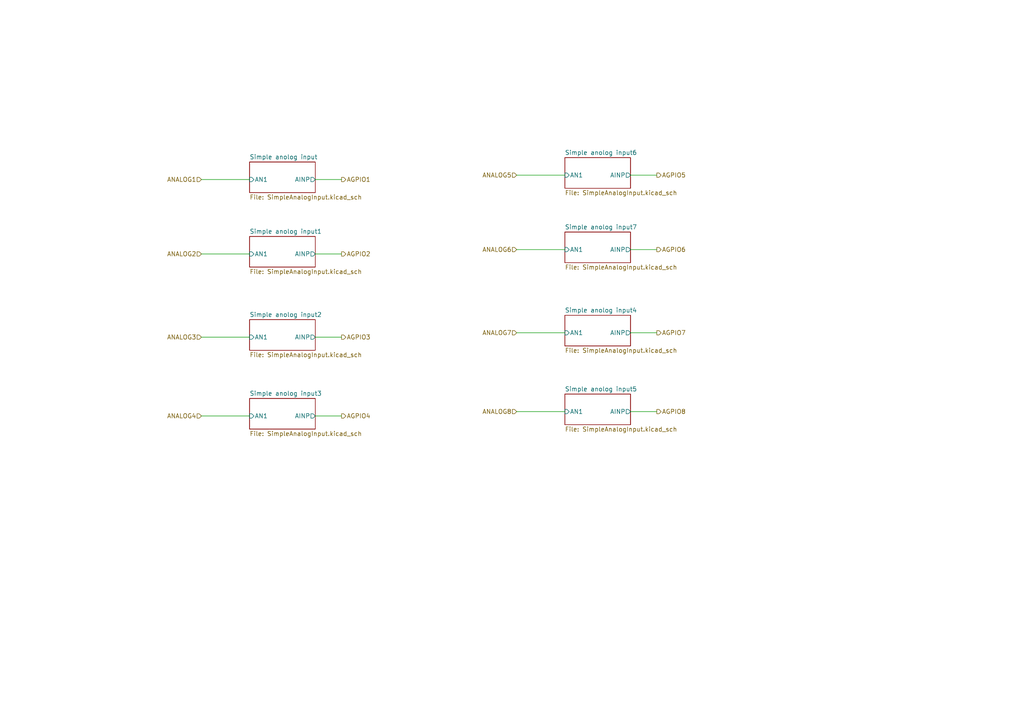
<source format=kicad_sch>
(kicad_sch (version 20211123) (generator eeschema)
  (paper "A4")
  (lib_symbols)
  (wire (pts (xy 91.44 97.79) (xy 99.06 97.79)))
  (wire (pts (xy 91.44 52.07) (xy 99.06 52.07)))
  (wire (pts (xy 58.42 52.07) (xy 72.39 52.07)))
  (wire (pts (xy 182.88 72.39) (xy 190.5 72.39)))
  (wire (pts (xy 149.86 96.52) (xy 163.83 96.52)))
  (wire (pts (xy 91.44 73.66) (xy 99.06 73.66)))
  (wire (pts (xy 58.42 97.79) (xy 72.39 97.79)))
  (wire (pts (xy 149.86 50.8) (xy 163.83 50.8)))
  (wire (pts (xy 149.86 119.38) (xy 163.83 119.38)))
  (wire (pts (xy 58.42 73.66) (xy 72.39 73.66)))
  (wire (pts (xy 149.86 72.39) (xy 163.83 72.39)))
  (wire (pts (xy 182.88 119.38) (xy 190.5 119.38)))
  (wire (pts (xy 182.88 50.8) (xy 190.5 50.8)))
  (wire (pts (xy 91.44 120.65) (xy 99.06 120.65)))
  (wire (pts (xy 182.88 96.52) (xy 190.5 96.52)))
  (wire (pts (xy 58.42 120.65) (xy 72.39 120.65)))
  (hierarchical_label "AGPIO5" (shape output) (at 190.5 50.8 0))
  (hierarchical_label "ANALOG3" (shape input) (at 58.42 97.79 180))
  (hierarchical_label "AGPIO3" (shape output) (at 99.06 97.79 0))
  (hierarchical_label "AGPIO6" (shape output) (at 190.5 72.39 0))
  (hierarchical_label "ANALOG4" (shape input) (at 58.42 120.65 180))
  (hierarchical_label "AGPIO4" (shape output) (at 99.06 120.65 0))
  (hierarchical_label "ANALOG2" (shape input) (at 58.42 73.66 180))
  (hierarchical_label "ANALOG6" (shape input) (at 149.86 72.39 180))
  (hierarchical_label "AGPIO8" (shape output) (at 190.5 119.38 0))
  (hierarchical_label "ANALOG1" (shape input) (at 58.42 52.07 180))
  (hierarchical_label "ANALOG8" (shape input) (at 149.86 119.38 180))
  (hierarchical_label "ANALOG5" (shape input) (at 149.86 50.8 180))
  (hierarchical_label "AGPIO7" (shape output) (at 190.5 96.52 0))
  (hierarchical_label "AGPIO2" (shape output) (at 99.06 73.66 0))
  (hierarchical_label "AGPIO1" (shape output) (at 99.06 52.07 0))
  (hierarchical_label "ANALOG7" (shape input) (at 149.86 96.52 180))
  (sheet (at 163.83 91.44) (size 19.05 8.89) (stroke (width 0.1524))
    (property "Sheet name" "Simple anolog input4" (at 163.83 90.7284 0) (effects (justify left bottom)))
    (property "Sheet file" "SimpleAnalogInput.kicad_sch" (at 163.83 100.9146 0) (effects (justify left top)))
    (pin "AN1" input (at 163.83 96.52 180))
    (pin "AINP" output (at 182.88 96.52 0))
  )
  (sheet (at 163.83 45.72) (size 19.05 8.89) (stroke (width 0.1524))
    (property "Sheet name" "Simple anolog input6" (at 163.83 45.0084 0) (effects (justify left bottom)))
    (property "Sheet file" "SimpleAnalogInput.kicad_sch" (at 163.83 55.1946 0) (effects (justify left top)))
    (pin "AN1" input (at 163.83 50.8 180))
    (pin "AINP" output (at 182.88 50.8 0))
  )
  (sheet (at 163.83 67.31) (size 19.05 8.89) (stroke (width 0.1524))
    (property "Sheet name" "Simple anolog input7" (at 163.83 66.5984 0) (effects (justify left bottom)))
    (property "Sheet file" "SimpleAnalogInput.kicad_sch" (at 163.83 76.7846 0) (effects (justify left top)))
    (pin "AN1" input (at 163.83 72.39 180))
    (pin "AINP" output (at 182.88 72.39 0))
  )
  (sheet (at 72.39 115.57) (size 19.05 8.89) (stroke (width 0.1524))
    (property "Sheet name" "Simple anolog input3" (at 72.39 114.8584 0) (effects (justify left bottom)))
    (property "Sheet file" "SimpleAnalogInput.kicad_sch" (at 72.39 125.0446 0) (effects (justify left top)))
    (pin "AN1" input (at 72.39 120.65 180))
    (pin "AINP" output (at 91.44 120.65 0))
  )
  (sheet (at 72.39 68.58) (size 19.05 8.89) (stroke (width 0.1524))
    (property "Sheet name" "Simple anolog input1" (at 72.39 67.8684 0) (effects (justify left bottom)))
    (property "Sheet file" "SimpleAnalogInput.kicad_sch" (at 72.39 78.0546 0) (effects (justify left top)))
    (pin "AN1" input (at 72.39 73.66 180))
    (pin "AINP" output (at 91.44 73.66 0))
  )
  (sheet (at 163.83 114.3) (size 19.05 8.89) (stroke (width 0.1524))
    (property "Sheet name" "Simple anolog input5" (at 163.83 113.5884 0) (effects (justify left bottom)))
    (property "Sheet file" "SimpleAnalogInput.kicad_sch" (at 163.83 123.7746 0) (effects (justify left top)))
    (pin "AN1" input (at 163.83 119.38 180))
    (pin "AINP" output (at 182.88 119.38 0))
  )
  (sheet (at 72.39 92.71) (size 19.05 8.89) (stroke (width 0.1524))
    (property "Sheet name" "Simple anolog input2" (at 72.39 91.9984 0) (effects (justify left bottom)))
    (property "Sheet file" "SimpleAnalogInput.kicad_sch" (at 72.39 102.1846 0) (effects (justify left top)))
    (pin "AN1" input (at 72.39 97.79 180))
    (pin "AINP" output (at 91.44 97.79 0))
  )
  (sheet (at 72.39 46.99) (size 19.05 8.89) (stroke (width 0.1524))
    (property "Sheet name" "Simple anolog input" (at 72.39 46.2784 0) (effects (justify left bottom)))
    (property "Sheet file" "SimpleAnalogInput.kicad_sch" (at 72.39 56.4646 0) (effects (justify left top)))
    (pin "AN1" input (at 72.39 52.07 180))
    (pin "AINP" output (at 91.44 52.07 0))
  )
)
</source>
